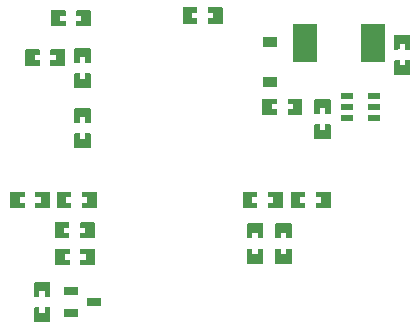
<source format=gtp>
G04 Layer: TopPasteMaskLayer*
G04 EasyEDA v6.5.47, 2024-12-22 15:22:41*
G04 e1e7952599984f8b88d5fc9924ef2239,3d6967793dfb4ab392e21a473a945d40,10*
G04 Gerber Generator version 0.2*
G04 Scale: 100 percent, Rotated: No, Reflected: No *
G04 Dimensions in millimeters *
G04 leading zeros omitted , absolute positions ,4 integer and 5 decimal *
%FSLAX45Y45*%
%MOMM*%

%ADD10R,1.1500X0.9500*%
%ADD11R,2.1500X3.3200*%
%ADD12R,1.2500X0.7000*%
%ADD13R,1.0720X0.5320*%

%LPD*%
G36*
X3672890Y5087518D02*
G01*
X3667912Y5082489D01*
X3667912Y4954524D01*
X3672890Y4949494D01*
X3787901Y4949494D01*
X3792880Y4954524D01*
X3792423Y4996484D01*
X3748379Y4996484D01*
X3748379Y5041493D01*
X3793388Y5041493D01*
X3792880Y5082489D01*
X3787901Y5087518D01*
G37*
G36*
X3887876Y5087518D02*
G01*
X3882898Y5082489D01*
X3883406Y5041493D01*
X3927398Y5041493D01*
X3927398Y4996484D01*
X3882898Y4996484D01*
X3882898Y4954524D01*
X3887876Y4949494D01*
X4002887Y4949494D01*
X4007916Y4954524D01*
X4007916Y5082489D01*
X4002887Y5087518D01*
G37*
G36*
X4789424Y5628487D02*
G01*
X4784394Y5623509D01*
X4784394Y5508498D01*
X4789424Y5503519D01*
X4831384Y5503976D01*
X4831384Y5548020D01*
X4876393Y5548020D01*
X4876393Y5503011D01*
X4917389Y5503519D01*
X4922418Y5508498D01*
X4922418Y5623509D01*
X4917389Y5628487D01*
G37*
G36*
X4789424Y5413502D02*
G01*
X4784394Y5408523D01*
X4784394Y5293512D01*
X4789424Y5288483D01*
X4917389Y5288483D01*
X4922418Y5293512D01*
X4922418Y5408523D01*
X4917389Y5413502D01*
X4876393Y5412994D01*
X4876393Y5369001D01*
X4831384Y5369001D01*
X4831384Y5413502D01*
G37*
G36*
X2130298Y4042105D02*
G01*
X2125319Y4037076D01*
X2125776Y3995115D01*
X2169820Y3995115D01*
X2169820Y3950106D01*
X2124811Y3950106D01*
X2125319Y3909110D01*
X2130298Y3904081D01*
X2245309Y3904081D01*
X2250287Y3909110D01*
X2250287Y4037076D01*
X2245309Y4042105D01*
G37*
G36*
X1915312Y4042105D02*
G01*
X1910283Y4037076D01*
X1910283Y3909110D01*
X1915312Y3904081D01*
X2030323Y3904081D01*
X2035302Y3909110D01*
X2034793Y3950106D01*
X1990801Y3950106D01*
X1990801Y3995115D01*
X2035302Y3995115D01*
X2035302Y4037076D01*
X2030323Y4042105D01*
G37*
G36*
X1882190Y5836818D02*
G01*
X1877212Y5831789D01*
X1877212Y5703824D01*
X1882190Y5698794D01*
X1997202Y5698794D01*
X2002180Y5703824D01*
X2001723Y5745784D01*
X1957679Y5745784D01*
X1957679Y5790793D01*
X2002688Y5790793D01*
X2002180Y5831789D01*
X1997202Y5836818D01*
G37*
G36*
X2097176Y5836818D02*
G01*
X2092198Y5831789D01*
X2092706Y5790793D01*
X2136698Y5790793D01*
X2136698Y5745784D01*
X2092198Y5745784D01*
X2092198Y5703824D01*
X2097176Y5698794D01*
X2212187Y5698794D01*
X2217216Y5703824D01*
X2217216Y5831789D01*
X2212187Y5836818D01*
G37*
G36*
X2145487Y4298086D02*
G01*
X2140508Y4293108D01*
X2141016Y4251096D01*
X2185009Y4251096D01*
X2185009Y4206087D01*
X2140000Y4206087D01*
X2140508Y4165092D01*
X2145487Y4160113D01*
X2260498Y4160113D01*
X2265527Y4165092D01*
X2265527Y4293108D01*
X2260498Y4298086D01*
G37*
G36*
X1930501Y4298086D02*
G01*
X1925523Y4293108D01*
X1925523Y4165092D01*
X1930501Y4160113D01*
X2045512Y4160113D01*
X2050491Y4165092D01*
X2049983Y4206087D01*
X2005990Y4206087D01*
X2005990Y4251096D01*
X2050491Y4251096D01*
X2050491Y4293108D01*
X2045512Y4298086D01*
G37*
G36*
X1751787Y4298086D02*
G01*
X1746808Y4293108D01*
X1747316Y4251096D01*
X1791309Y4251096D01*
X1791309Y4206087D01*
X1746300Y4206087D01*
X1746808Y4165092D01*
X1751787Y4160113D01*
X1866798Y4160113D01*
X1871827Y4165092D01*
X1871827Y4293108D01*
X1866798Y4298086D01*
G37*
G36*
X1536801Y4298086D02*
G01*
X1531823Y4293108D01*
X1531823Y4165092D01*
X1536801Y4160113D01*
X1651812Y4160113D01*
X1656791Y4165092D01*
X1656283Y4206087D01*
X1612290Y4206087D01*
X1612290Y4251096D01*
X1656791Y4251096D01*
X1656791Y4293108D01*
X1651812Y4298086D01*
G37*
G36*
X2997301Y5860186D02*
G01*
X2992272Y5855208D01*
X2992272Y5727192D01*
X2997301Y5722213D01*
X3112312Y5722213D01*
X3117291Y5727192D01*
X3116783Y5769203D01*
X3072790Y5769203D01*
X3072790Y5814212D01*
X3117799Y5814212D01*
X3117291Y5855208D01*
X3112312Y5860186D01*
G37*
G36*
X3212287Y5860186D02*
G01*
X3207308Y5855208D01*
X3207816Y5814212D01*
X3251809Y5814212D01*
X3251809Y5769203D01*
X3207308Y5769203D01*
X3207308Y5727192D01*
X3212287Y5722213D01*
X3327298Y5722213D01*
X3332276Y5727192D01*
X3332276Y5855208D01*
X3327298Y5860186D01*
G37*
G36*
X1780387Y3320999D02*
G01*
X1739392Y3320491D01*
X1734413Y3315512D01*
X1734413Y3200501D01*
X1739392Y3195472D01*
X1867407Y3195472D01*
X1872386Y3200501D01*
X1872386Y3315512D01*
X1867407Y3320491D01*
X1825396Y3319983D01*
X1825396Y3275990D01*
X1780387Y3275990D01*
G37*
G36*
X1739392Y3535476D02*
G01*
X1734413Y3530498D01*
X1734413Y3415487D01*
X1739392Y3410508D01*
X1780387Y3411016D01*
X1780387Y3455009D01*
X1825396Y3455009D01*
X1825396Y3410508D01*
X1867407Y3410508D01*
X1872386Y3415487D01*
X1872386Y3530498D01*
X1867407Y3535476D01*
G37*
G36*
X2132787Y3815486D02*
G01*
X2127808Y3810508D01*
X2128316Y3768496D01*
X2172309Y3768496D01*
X2172309Y3723487D01*
X2127300Y3723487D01*
X2127808Y3682492D01*
X2132787Y3677513D01*
X2247798Y3677513D01*
X2252827Y3682492D01*
X2252827Y3810508D01*
X2247798Y3815486D01*
G37*
G36*
X1917801Y3815486D02*
G01*
X1912823Y3810508D01*
X1912823Y3682492D01*
X1917801Y3677513D01*
X2032812Y3677513D01*
X2037791Y3682492D01*
X2037283Y3723487D01*
X1993290Y3723487D01*
X1993290Y3768496D01*
X2037791Y3768496D01*
X2037791Y3810508D01*
X2032812Y3815486D01*
G37*
G36*
X3784092Y4030827D02*
G01*
X3779113Y4025798D01*
X3779113Y3910787D01*
X3784092Y3905808D01*
X3826103Y3906316D01*
X3826103Y3950309D01*
X3871112Y3950309D01*
X3871112Y3905300D01*
X3912108Y3905808D01*
X3917086Y3910787D01*
X3917086Y4025798D01*
X3912108Y4030827D01*
G37*
G36*
X3784092Y3815791D02*
G01*
X3779113Y3810812D01*
X3779113Y3695801D01*
X3784092Y3690823D01*
X3912108Y3690823D01*
X3917086Y3695801D01*
X3917086Y3810812D01*
X3912108Y3815791D01*
X3871112Y3815283D01*
X3871112Y3771290D01*
X3826103Y3771290D01*
X3826103Y3815791D01*
G37*
G36*
X3583787Y3816299D02*
G01*
X3542792Y3815791D01*
X3537813Y3810812D01*
X3537813Y3695801D01*
X3542792Y3690772D01*
X3670808Y3690772D01*
X3675786Y3695801D01*
X3675786Y3810812D01*
X3670808Y3815791D01*
X3628796Y3815283D01*
X3628796Y3771290D01*
X3583787Y3771290D01*
G37*
G36*
X3542792Y4030776D02*
G01*
X3537813Y4025798D01*
X3537813Y3910787D01*
X3542792Y3905808D01*
X3583787Y3906316D01*
X3583787Y3950309D01*
X3628796Y3950309D01*
X3628796Y3905808D01*
X3670808Y3905808D01*
X3675786Y3910787D01*
X3675786Y4025798D01*
X3670808Y4030776D01*
G37*
G36*
X2082292Y5516727D02*
G01*
X2077313Y5511698D01*
X2077313Y5396687D01*
X2082292Y5391708D01*
X2124303Y5392216D01*
X2124303Y5436209D01*
X2169312Y5436209D01*
X2169312Y5391200D01*
X2210308Y5391708D01*
X2215286Y5396687D01*
X2215286Y5511698D01*
X2210308Y5516727D01*
G37*
G36*
X2082292Y5301691D02*
G01*
X2077313Y5296712D01*
X2077313Y5181701D01*
X2082292Y5176723D01*
X2210308Y5176723D01*
X2215286Y5181701D01*
X2215286Y5296712D01*
X2210308Y5301691D01*
X2169312Y5301183D01*
X2169312Y5257190D01*
X2124303Y5257190D01*
X2124303Y5301691D01*
G37*
G36*
X2082292Y5008727D02*
G01*
X2077313Y5003698D01*
X2077313Y4888687D01*
X2082292Y4883708D01*
X2124303Y4884216D01*
X2124303Y4928209D01*
X2169312Y4928209D01*
X2169312Y4883200D01*
X2210308Y4883708D01*
X2215286Y4888687D01*
X2215286Y5003698D01*
X2210308Y5008727D01*
G37*
G36*
X2082292Y4793691D02*
G01*
X2077313Y4788712D01*
X2077313Y4673701D01*
X2082292Y4668723D01*
X2210308Y4668723D01*
X2215286Y4673701D01*
X2215286Y4788712D01*
X2210308Y4793691D01*
X2169312Y4793183D01*
X2169312Y4749190D01*
X2124303Y4749190D01*
X2124303Y4793691D01*
G37*
G36*
X3505301Y4298086D02*
G01*
X3500272Y4293108D01*
X3500272Y4165092D01*
X3505301Y4160113D01*
X3620312Y4160113D01*
X3625291Y4165092D01*
X3624783Y4207103D01*
X3580790Y4207103D01*
X3580790Y4252112D01*
X3625799Y4252112D01*
X3625291Y4293108D01*
X3620312Y4298086D01*
G37*
G36*
X3720287Y4298086D02*
G01*
X3715308Y4293108D01*
X3715816Y4252112D01*
X3759809Y4252112D01*
X3759809Y4207103D01*
X3715308Y4207103D01*
X3715308Y4165092D01*
X3720287Y4160113D01*
X3835298Y4160113D01*
X3840276Y4165092D01*
X3840276Y4293108D01*
X3835298Y4298086D01*
G37*
G36*
X3911701Y4298086D02*
G01*
X3906672Y4293108D01*
X3906672Y4165092D01*
X3911701Y4160113D01*
X4026712Y4160113D01*
X4031691Y4165092D01*
X4031183Y4207103D01*
X3987190Y4207103D01*
X3987190Y4252112D01*
X4032199Y4252112D01*
X4031691Y4293108D01*
X4026712Y4298086D01*
G37*
G36*
X4126687Y4298086D02*
G01*
X4121708Y4293108D01*
X4122216Y4252112D01*
X4166209Y4252112D01*
X4166209Y4207103D01*
X4121708Y4207103D01*
X4121708Y4165092D01*
X4126687Y4160113D01*
X4241698Y4160113D01*
X4246676Y4165092D01*
X4246676Y4293108D01*
X4241698Y4298086D01*
G37*
G36*
X1663801Y5504586D02*
G01*
X1658772Y5499608D01*
X1658772Y5371592D01*
X1663801Y5366613D01*
X1778812Y5366613D01*
X1783791Y5371592D01*
X1783283Y5413603D01*
X1739290Y5413603D01*
X1739290Y5458612D01*
X1784299Y5458612D01*
X1783791Y5499608D01*
X1778812Y5504586D01*
G37*
G36*
X1878787Y5504586D02*
G01*
X1873808Y5499608D01*
X1874316Y5458612D01*
X1918309Y5458612D01*
X1918309Y5413603D01*
X1873808Y5413603D01*
X1873808Y5371592D01*
X1878787Y5366613D01*
X1993798Y5366613D01*
X1998776Y5371592D01*
X1998776Y5499608D01*
X1993798Y5504586D01*
G37*
G36*
X4114292Y5084927D02*
G01*
X4109313Y5079898D01*
X4109313Y4964887D01*
X4114292Y4959908D01*
X4156303Y4960416D01*
X4156303Y5004409D01*
X4201312Y5004409D01*
X4201312Y4959400D01*
X4242308Y4959908D01*
X4247286Y4964887D01*
X4247286Y5079898D01*
X4242308Y5084927D01*
G37*
G36*
X4114292Y4869891D02*
G01*
X4109313Y4864912D01*
X4109313Y4749901D01*
X4114292Y4744923D01*
X4242308Y4744923D01*
X4247286Y4749901D01*
X4247286Y4864912D01*
X4242308Y4869891D01*
X4201312Y4869383D01*
X4201312Y4825390D01*
X4156303Y4825390D01*
X4156303Y4869891D01*
G37*
D10*
G01*
X3733800Y5566740D03*
G01*
X3733800Y5228259D03*
D11*
G01*
X4609287Y5562600D03*
G01*
X4026712Y5562600D03*
D12*
G01*
X2046300Y3460495D03*
G01*
X2046300Y3270504D03*
G01*
X2246299Y3365500D03*
D13*
G01*
X4380890Y5111495D03*
G01*
X4380890Y5016500D03*
G01*
X4380890Y4921504D03*
G01*
X4610709Y4921504D03*
G01*
X4610709Y5016500D03*
G01*
X4610709Y5111495D03*
M02*

</source>
